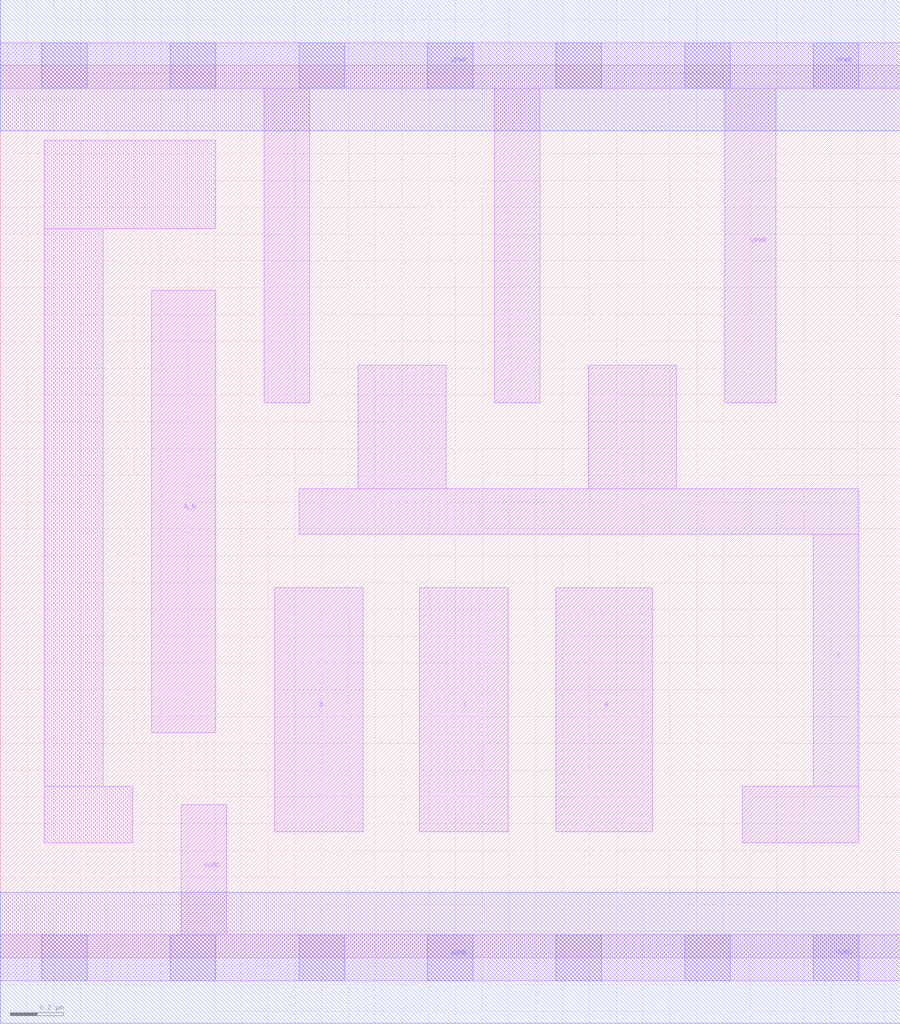
<source format=lef>
# Copyright 2020 The SkyWater PDK Authors
#
# Licensed under the Apache License, Version 2.0 (the "License");
# you may not use this file except in compliance with the License.
# You may obtain a copy of the License at
#
#     https://www.apache.org/licenses/LICENSE-2.0
#
# Unless required by applicable law or agreed to in writing, software
# distributed under the License is distributed on an "AS IS" BASIS,
# WITHOUT WARRANTIES OR CONDITIONS OF ANY KIND, either express or implied.
# See the License for the specific language governing permissions and
# limitations under the License.
#
# SPDX-License-Identifier: Apache-2.0

VERSION 5.7 ;
  NAMESCASESENSITIVE ON ;
  NOWIREEXTENSIONATPIN ON ;
  DIVIDERCHAR "/" ;
  BUSBITCHARS "[]" ;
UNITS
  DATABASE MICRONS 200 ;
END UNITS
MACRO sky130_fd_sc_lp__nand4b_m
  CLASS CORE ;
  SOURCE USER ;
  FOREIGN sky130_fd_sc_lp__nand4b_m ;
  ORIGIN  0.000000  0.000000 ;
  SIZE  3.360000 BY  3.330000 ;
  SYMMETRY X Y R90 ;
  SITE unit ;
  PIN A_N
    ANTENNAGATEAREA  0.126000 ;
    DIRECTION INPUT ;
    USE SIGNAL ;
    PORT
      LAYER li1 ;
        RECT 0.565000 0.840000 0.805000 2.490000 ;
    END
  END A_N
  PIN B
    ANTENNAGATEAREA  0.126000 ;
    DIRECTION INPUT ;
    USE SIGNAL ;
    PORT
      LAYER li1 ;
        RECT 2.075000 0.470000 2.435000 1.380000 ;
    END
  END B
  PIN C
    ANTENNAGATEAREA  0.126000 ;
    DIRECTION INPUT ;
    USE SIGNAL ;
    PORT
      LAYER li1 ;
        RECT 1.565000 0.470000 1.895000 1.380000 ;
    END
  END C
  PIN D
    ANTENNAGATEAREA  0.126000 ;
    DIRECTION INPUT ;
    USE SIGNAL ;
    PORT
      LAYER li1 ;
        RECT 1.025000 0.470000 1.355000 1.380000 ;
    END
  END D
  PIN Y
    ANTENNADIFFAREA  0.346500 ;
    DIRECTION OUTPUT ;
    USE SIGNAL ;
    PORT
      LAYER li1 ;
        RECT 1.115000 1.580000 3.205000 1.750000 ;
        RECT 1.335000 1.750000 1.665000 2.210000 ;
        RECT 2.195000 1.750000 2.525000 2.210000 ;
        RECT 2.770000 0.430000 3.205000 0.640000 ;
        RECT 3.035000 0.640000 3.205000 1.580000 ;
    END
  END Y
  PIN VGND
    DIRECTION INOUT ;
    USE GROUND ;
    PORT
      LAYER li1 ;
        RECT 0.000000 -0.085000 3.360000 0.085000 ;
        RECT 0.675000  0.085000 0.845000 0.570000 ;
      LAYER mcon ;
        RECT 0.155000 -0.085000 0.325000 0.085000 ;
        RECT 0.635000 -0.085000 0.805000 0.085000 ;
        RECT 1.115000 -0.085000 1.285000 0.085000 ;
        RECT 1.595000 -0.085000 1.765000 0.085000 ;
        RECT 2.075000 -0.085000 2.245000 0.085000 ;
        RECT 2.555000 -0.085000 2.725000 0.085000 ;
        RECT 3.035000 -0.085000 3.205000 0.085000 ;
      LAYER met1 ;
        RECT 0.000000 -0.245000 3.360000 0.245000 ;
    END
  END VGND
  PIN VPWR
    DIRECTION INOUT ;
    USE POWER ;
    PORT
      LAYER li1 ;
        RECT 0.000000 3.245000 3.360000 3.415000 ;
        RECT 0.985000 2.070000 1.155000 3.245000 ;
        RECT 1.845000 2.070000 2.015000 3.245000 ;
        RECT 2.705000 2.070000 2.895000 3.245000 ;
      LAYER mcon ;
        RECT 0.155000 3.245000 0.325000 3.415000 ;
        RECT 0.635000 3.245000 0.805000 3.415000 ;
        RECT 1.115000 3.245000 1.285000 3.415000 ;
        RECT 1.595000 3.245000 1.765000 3.415000 ;
        RECT 2.075000 3.245000 2.245000 3.415000 ;
        RECT 2.555000 3.245000 2.725000 3.415000 ;
        RECT 3.035000 3.245000 3.205000 3.415000 ;
      LAYER met1 ;
        RECT 0.000000 3.085000 3.360000 3.575000 ;
    END
  END VPWR
  OBS
    LAYER li1 ;
      RECT 0.165000 0.430000 0.495000 0.640000 ;
      RECT 0.165000 0.640000 0.385000 2.720000 ;
      RECT 0.165000 2.720000 0.805000 3.050000 ;
  END
END sky130_fd_sc_lp__nand4b_m

</source>
